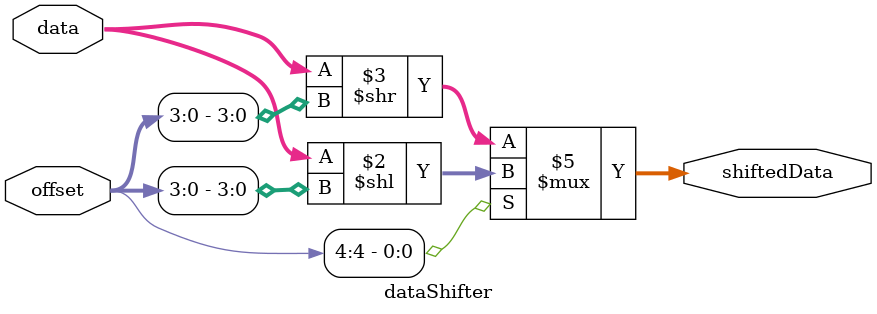
<source format=v>
module dataShifter(data, offset, shiftedData);

input [15:0] data;
input [4:0] offset;
output reg [15:0] shiftedData;

// Considerando shift para a esquerda negativo e para a direita positivo
always @(*)
begin
	if (offset[4])
	begin
		shiftedData = data << offset[3:0];
	end
	else
	begin
		shiftedData = data >> offset[3:0];
	end
end

endmodule

</source>
